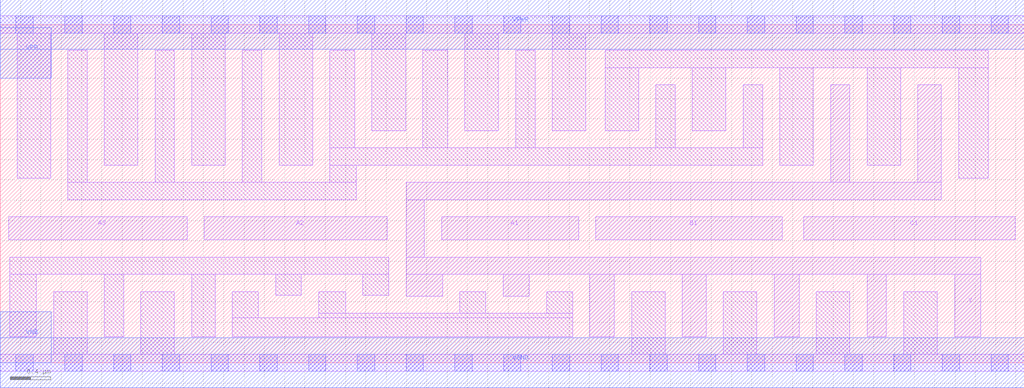
<source format=lef>
# Copyright 2020 The SkyWater PDK Authors
#
# Licensed under the Apache License, Version 2.0 (the "License");
# you may not use this file except in compliance with the License.
# You may obtain a copy of the License at
#
#     https://www.apache.org/licenses/LICENSE-2.0
#
# Unless required by applicable law or agreed to in writing, software
# distributed under the License is distributed on an "AS IS" BASIS,
# WITHOUT WARRANTIES OR CONDITIONS OF ANY KIND, either express or implied.
# See the License for the specific language governing permissions and
# limitations under the License.
#
# SPDX-License-Identifier: Apache-2.0

VERSION 5.5 ;
NAMESCASESENSITIVE ON ;
BUSBITCHARS "[]" ;
DIVIDERCHAR "/" ;
MACRO sky130_fd_sc_lp__a311oi_4
  CLASS CORE ;
  SOURCE USER ;
  ORIGIN  0.000000  0.000000 ;
  SIZE  10.08000 BY  3.330000 ;
  SYMMETRY X Y R90 ;
  SITE unit ;
  PIN A1
    ANTENNAGATEAREA  1.260000 ;
    DIRECTION INPUT ;
    USE SIGNAL ;
    PORT
      LAYER li1 ;
        RECT 4.345000 1.210000 5.695000 1.435000 ;
    END
  END A1
  PIN A2
    ANTENNAGATEAREA  1.260000 ;
    DIRECTION INPUT ;
    USE SIGNAL ;
    PORT
      LAYER li1 ;
        RECT 2.010000 1.210000 3.810000 1.435000 ;
    END
  END A2
  PIN A3
    ANTENNAGATEAREA  1.260000 ;
    DIRECTION INPUT ;
    USE SIGNAL ;
    PORT
      LAYER li1 ;
        RECT 0.085000 1.210000 1.840000 1.435000 ;
    END
  END A3
  PIN B1
    ANTENNAGATEAREA  1.260000 ;
    DIRECTION INPUT ;
    USE SIGNAL ;
    PORT
      LAYER li1 ;
        RECT 5.865000 1.210000 7.700000 1.435000 ;
    END
  END B1
  PIN C1
    ANTENNAGATEAREA  1.260000 ;
    DIRECTION INPUT ;
    USE SIGNAL ;
    PORT
      LAYER li1 ;
        RECT 7.910000 1.210000 9.995000 1.435000 ;
    END
  END C1
  PIN Y
    ANTENNADIFFAREA  2.335200 ;
    DIRECTION OUTPUT ;
    USE SIGNAL ;
    PORT
      LAYER li1 ;
        RECT 3.995000 0.655000 4.355000 0.870000 ;
        RECT 3.995000 0.870000 9.655000 1.040000 ;
        RECT 3.995000 1.040000 4.175000 1.605000 ;
        RECT 3.995000 1.605000 9.265000 1.775000 ;
        RECT 4.950000 0.655000 5.210000 0.870000 ;
        RECT 5.805000 0.255000 6.045000 0.870000 ;
        RECT 6.715000 0.255000 6.950000 0.870000 ;
        RECT 7.620000 0.255000 7.865000 0.870000 ;
        RECT 8.175000 1.775000 8.365000 2.735000 ;
        RECT 8.535000 0.255000 8.725000 0.870000 ;
        RECT 9.035000 1.775000 9.265000 2.735000 ;
        RECT 9.395000 0.255000 9.655000 0.870000 ;
    END
  END Y
  PIN VGND
    DIRECTION INOUT ;
    USE GROUND ;
    PORT
      LAYER met1 ;
        RECT 0.000000 -0.245000 10.080000 0.245000 ;
    END
  END VGND
  PIN VNB
    DIRECTION INOUT ;
    USE GROUND ;
    PORT
      LAYER met1 ;
        RECT 0.000000 0.000000 0.500000 0.500000 ;
    END
  END VNB
  PIN VPB
    DIRECTION INOUT ;
    USE POWER ;
    PORT
      LAYER met1 ;
        RECT 0.000000 2.800000 0.500000 3.300000 ;
    END
  END VPB
  PIN VPWR
    DIRECTION INOUT ;
    USE POWER ;
    PORT
      LAYER met1 ;
        RECT 0.000000 3.085000 10.080000 3.575000 ;
    END
  END VPWR
  OBS
    LAYER li1 ;
      RECT 0.000000 -0.085000 10.080000 0.085000 ;
      RECT 0.000000  3.245000 10.080000 3.415000 ;
      RECT 0.095000  0.255000  0.355000 0.870000 ;
      RECT 0.095000  0.870000  3.825000 1.040000 ;
      RECT 0.165000  1.815000  0.495000 3.245000 ;
      RECT 0.525000  0.085000  0.855000 0.700000 ;
      RECT 0.665000  1.605000  3.505000 1.775000 ;
      RECT 0.665000  1.775000  0.855000 3.075000 ;
      RECT 1.025000  0.255000  1.215000 0.870000 ;
      RECT 1.025000  1.945000  1.355000 3.245000 ;
      RECT 1.385000  0.085000  1.715000 0.700000 ;
      RECT 1.525000  1.775000  1.715000 3.075000 ;
      RECT 1.885000  0.255000  2.115000 0.870000 ;
      RECT 1.885000  1.945000  2.215000 3.245000 ;
      RECT 2.285000  0.255000  5.635000 0.445000 ;
      RECT 2.285000  0.445000  2.540000 0.700000 ;
      RECT 2.385000  1.775000  2.575000 3.075000 ;
      RECT 2.710000  0.665000  2.965000 0.870000 ;
      RECT 2.745000  1.945000  3.075000 3.245000 ;
      RECT 3.135000  0.445000  5.635000 0.485000 ;
      RECT 3.135000  0.485000  3.400000 0.700000 ;
      RECT 3.245000  1.775000  3.505000 1.945000 ;
      RECT 3.245000  1.945000  7.505000 2.115000 ;
      RECT 3.245000  2.115000  3.490000 3.075000 ;
      RECT 3.570000  0.665000  3.825000 0.870000 ;
      RECT 3.660000  2.285000  3.990000 3.245000 ;
      RECT 4.160000  2.115000  4.405000 3.075000 ;
      RECT 4.525000  0.485000  4.780000 0.700000 ;
      RECT 4.575000  2.285000  4.905000 3.245000 ;
      RECT 5.075000  2.115000  5.265000 3.075000 ;
      RECT 5.380000  0.485000  5.635000 0.700000 ;
      RECT 5.435000  2.285000  5.765000 3.245000 ;
      RECT 5.955000  2.285000  6.285000 2.905000 ;
      RECT 5.955000  2.905000  9.725000 3.075000 ;
      RECT 6.215000  0.085000  6.545000 0.700000 ;
      RECT 6.455000  2.115000  6.645000 2.735000 ;
      RECT 6.815000  2.285000  7.145000 2.905000 ;
      RECT 7.120000  0.085000  7.450000 0.700000 ;
      RECT 7.315000  2.115000  7.505000 2.735000 ;
      RECT 7.675000  1.945000  8.005000 2.905000 ;
      RECT 8.035000  0.085000  8.365000 0.700000 ;
      RECT 8.535000  1.945000  8.865000 2.905000 ;
      RECT 8.895000  0.085000  9.225000 0.700000 ;
      RECT 9.435000  1.815000  9.725000 2.905000 ;
    LAYER mcon ;
      RECT 0.155000 -0.085000 0.325000 0.085000 ;
      RECT 0.155000  3.245000 0.325000 3.415000 ;
      RECT 0.635000 -0.085000 0.805000 0.085000 ;
      RECT 0.635000  3.245000 0.805000 3.415000 ;
      RECT 1.115000 -0.085000 1.285000 0.085000 ;
      RECT 1.115000  3.245000 1.285000 3.415000 ;
      RECT 1.595000 -0.085000 1.765000 0.085000 ;
      RECT 1.595000  3.245000 1.765000 3.415000 ;
      RECT 2.075000 -0.085000 2.245000 0.085000 ;
      RECT 2.075000  3.245000 2.245000 3.415000 ;
      RECT 2.555000 -0.085000 2.725000 0.085000 ;
      RECT 2.555000  3.245000 2.725000 3.415000 ;
      RECT 3.035000 -0.085000 3.205000 0.085000 ;
      RECT 3.035000  3.245000 3.205000 3.415000 ;
      RECT 3.515000 -0.085000 3.685000 0.085000 ;
      RECT 3.515000  3.245000 3.685000 3.415000 ;
      RECT 3.995000 -0.085000 4.165000 0.085000 ;
      RECT 3.995000  3.245000 4.165000 3.415000 ;
      RECT 4.475000 -0.085000 4.645000 0.085000 ;
      RECT 4.475000  3.245000 4.645000 3.415000 ;
      RECT 4.955000 -0.085000 5.125000 0.085000 ;
      RECT 4.955000  3.245000 5.125000 3.415000 ;
      RECT 5.435000 -0.085000 5.605000 0.085000 ;
      RECT 5.435000  3.245000 5.605000 3.415000 ;
      RECT 5.915000 -0.085000 6.085000 0.085000 ;
      RECT 5.915000  3.245000 6.085000 3.415000 ;
      RECT 6.395000 -0.085000 6.565000 0.085000 ;
      RECT 6.395000  3.245000 6.565000 3.415000 ;
      RECT 6.875000 -0.085000 7.045000 0.085000 ;
      RECT 6.875000  3.245000 7.045000 3.415000 ;
      RECT 7.355000 -0.085000 7.525000 0.085000 ;
      RECT 7.355000  3.245000 7.525000 3.415000 ;
      RECT 7.835000 -0.085000 8.005000 0.085000 ;
      RECT 7.835000  3.245000 8.005000 3.415000 ;
      RECT 8.315000 -0.085000 8.485000 0.085000 ;
      RECT 8.315000  3.245000 8.485000 3.415000 ;
      RECT 8.795000 -0.085000 8.965000 0.085000 ;
      RECT 8.795000  3.245000 8.965000 3.415000 ;
      RECT 9.275000 -0.085000 9.445000 0.085000 ;
      RECT 9.275000  3.245000 9.445000 3.415000 ;
      RECT 9.755000 -0.085000 9.925000 0.085000 ;
      RECT 9.755000  3.245000 9.925000 3.415000 ;
  END
END sky130_fd_sc_lp__a311oi_4

</source>
